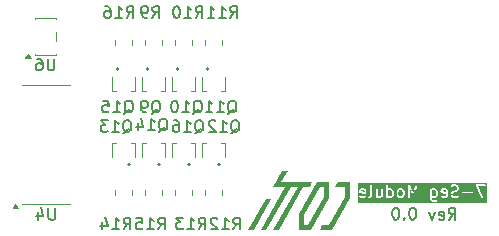
<source format=gbr>
%TF.GenerationSoftware,KiCad,Pcbnew,9.0.6-9.0.6~ubuntu24.04.1*%
%TF.CreationDate,2026-01-18T13:35:56-03:00*%
%TF.ProjectId,cotti_7seg,636f7474-695f-4377-9365-672e6b696361,0.0*%
%TF.SameCoordinates,Original*%
%TF.FileFunction,Legend,Bot*%
%TF.FilePolarity,Positive*%
%FSLAX46Y46*%
G04 Gerber Fmt 4.6, Leading zero omitted, Abs format (unit mm)*
G04 Created by KiCad (PCBNEW 9.0.6-9.0.6~ubuntu24.04.1) date 2026-01-18 13:35:56*
%MOMM*%
%LPD*%
G01*
G04 APERTURE LIST*
%ADD10C,0.150000*%
%ADD11C,0.120000*%
%ADD12C,0.000000*%
G04 APERTURE END LIST*
D10*
G36*
X147299239Y-67384410D02*
G01*
X147329646Y-67414817D01*
X147363904Y-67483333D01*
X147363904Y-67733637D01*
X147329645Y-67802153D01*
X147299238Y-67832561D01*
X147230723Y-67866819D01*
X147075657Y-67866819D01*
X147037714Y-67847847D01*
X147037714Y-67369123D01*
X147075657Y-67350152D01*
X147230723Y-67350152D01*
X147299239Y-67384410D01*
G37*
G36*
X141287763Y-67378672D02*
G01*
X141316284Y-67435714D01*
X141316284Y-67516999D01*
X140990094Y-67451761D01*
X140990094Y-67435714D01*
X141018614Y-67378672D01*
X141075656Y-67350152D01*
X141230722Y-67350152D01*
X141287763Y-67378672D01*
G37*
G36*
X143584953Y-67384410D02*
G01*
X143615360Y-67414817D01*
X143649618Y-67483333D01*
X143649618Y-67733637D01*
X143615359Y-67802153D01*
X143584952Y-67832561D01*
X143516437Y-67866819D01*
X143361371Y-67866819D01*
X143323428Y-67847847D01*
X143323428Y-67369123D01*
X143361371Y-67350152D01*
X143516437Y-67350152D01*
X143584953Y-67384410D01*
G37*
G36*
X144489715Y-67384410D02*
G01*
X144520122Y-67414817D01*
X144554380Y-67483333D01*
X144554380Y-67733637D01*
X144520121Y-67802153D01*
X144489714Y-67832561D01*
X144421199Y-67866819D01*
X144313752Y-67866819D01*
X144245236Y-67832561D01*
X144214829Y-67802153D01*
X144180571Y-67733637D01*
X144180571Y-67483333D01*
X144214829Y-67414817D01*
X144245236Y-67384410D01*
X144313752Y-67350152D01*
X144421199Y-67350152D01*
X144489715Y-67384410D01*
G37*
G36*
X148192526Y-67378672D02*
G01*
X148221047Y-67435714D01*
X148221047Y-67516999D01*
X147894857Y-67451761D01*
X147894857Y-67435714D01*
X147923377Y-67378672D01*
X147980419Y-67350152D01*
X148135485Y-67350152D01*
X148192526Y-67378672D01*
G37*
G36*
X151671193Y-68461263D02*
G01*
X140728983Y-68461263D01*
X140728983Y-67418009D01*
X140840094Y-67418009D01*
X140840094Y-67513247D01*
X140841535Y-67527879D01*
X140844346Y-67534667D01*
X140845773Y-67541876D01*
X140849892Y-67548055D01*
X140852734Y-67554915D01*
X140857929Y-67560110D01*
X140862005Y-67566224D01*
X140868175Y-67570356D01*
X140873426Y-67575607D01*
X140880214Y-67578418D01*
X140886320Y-67582508D01*
X140900385Y-67586791D01*
X141316284Y-67669969D01*
X141316284Y-67781256D01*
X141287763Y-67838298D01*
X141230722Y-67866819D01*
X141075656Y-67866819D01*
X140996254Y-67827118D01*
X140982522Y-67821863D01*
X140953332Y-67819789D01*
X140925571Y-67829043D01*
X140903463Y-67848216D01*
X140890376Y-67874391D01*
X140888302Y-67903581D01*
X140897556Y-67931342D01*
X140916729Y-67953450D01*
X140929172Y-67961282D01*
X141024410Y-68008901D01*
X141038141Y-68014156D01*
X141040830Y-68014347D01*
X141043319Y-68015378D01*
X141057951Y-68016819D01*
X141248427Y-68016819D01*
X141263059Y-68015378D01*
X141265548Y-68014346D01*
X141268236Y-68014156D01*
X141281968Y-68008901D01*
X141377206Y-67961282D01*
X141379653Y-67959741D01*
X141380807Y-67959357D01*
X141382243Y-67958111D01*
X141389649Y-67953450D01*
X141395810Y-67946345D01*
X141402915Y-67940184D01*
X141407576Y-67932778D01*
X141407871Y-67932438D01*
X141650207Y-67932438D01*
X141652281Y-67961628D01*
X141665368Y-67987803D01*
X141687476Y-68006976D01*
X141715237Y-68016230D01*
X141744427Y-68014156D01*
X141758159Y-68008901D01*
X141853397Y-67961282D01*
X141855844Y-67959741D01*
X141856998Y-67959357D01*
X141858434Y-67958111D01*
X141865840Y-67953450D01*
X141872001Y-67946345D01*
X141879106Y-67940184D01*
X141883767Y-67932778D01*
X141885013Y-67931342D01*
X141885397Y-67930188D01*
X141886938Y-67927741D01*
X141934557Y-67832502D01*
X141939812Y-67818770D01*
X141940002Y-67816082D01*
X141941034Y-67813593D01*
X141942475Y-67798961D01*
X141942475Y-67275152D01*
X142268666Y-67275152D01*
X142268666Y-67941819D01*
X142270107Y-67956451D01*
X142281306Y-67983487D01*
X142301998Y-68004179D01*
X142329034Y-68015378D01*
X142358298Y-68015378D01*
X142385334Y-68004179D01*
X142404735Y-67984777D01*
X142452982Y-68008901D01*
X142466713Y-68014156D01*
X142469402Y-68014347D01*
X142471891Y-68015378D01*
X142486523Y-68016819D01*
X142629380Y-68016819D01*
X142644012Y-68015378D01*
X142646501Y-68014346D01*
X142649189Y-68014156D01*
X142662921Y-68008901D01*
X142758159Y-67961282D01*
X142760606Y-67959741D01*
X142761760Y-67959357D01*
X142763196Y-67958111D01*
X142770602Y-67953450D01*
X142776763Y-67946345D01*
X142783868Y-67940184D01*
X142788529Y-67932778D01*
X142789775Y-67931342D01*
X142790159Y-67930188D01*
X142791700Y-67927741D01*
X142839319Y-67832502D01*
X142844574Y-67818770D01*
X142844764Y-67816082D01*
X142845796Y-67813593D01*
X142847237Y-67798961D01*
X142847237Y-67275152D01*
X142845796Y-67260520D01*
X142834597Y-67233484D01*
X142813905Y-67212792D01*
X142786869Y-67201593D01*
X142757605Y-67201593D01*
X142730569Y-67212792D01*
X142709877Y-67233484D01*
X142698678Y-67260520D01*
X142697237Y-67275152D01*
X142697237Y-67781256D01*
X142668716Y-67838298D01*
X142611675Y-67866819D01*
X142504228Y-67866819D01*
X142435712Y-67832561D01*
X142418666Y-67815514D01*
X142418666Y-67275152D01*
X142417225Y-67260520D01*
X142406026Y-67233484D01*
X142385334Y-67212792D01*
X142358298Y-67201593D01*
X142329034Y-67201593D01*
X142301998Y-67212792D01*
X142281306Y-67233484D01*
X142270107Y-67260520D01*
X142268666Y-67275152D01*
X141942475Y-67275152D01*
X141942475Y-66941819D01*
X143173428Y-66941819D01*
X143173428Y-67941819D01*
X143174869Y-67956451D01*
X143186068Y-67983487D01*
X143206760Y-68004179D01*
X143233796Y-68015378D01*
X143263060Y-68015378D01*
X143290096Y-68004179D01*
X143293624Y-68000650D01*
X143310125Y-68008901D01*
X143323856Y-68014156D01*
X143326545Y-68014347D01*
X143329034Y-68015378D01*
X143343666Y-68016819D01*
X143534142Y-68016819D01*
X143548774Y-68015378D01*
X143551263Y-68014346D01*
X143553951Y-68014156D01*
X143567683Y-68008901D01*
X143662921Y-67961282D01*
X143669220Y-67957317D01*
X143671048Y-67956560D01*
X143673104Y-67954872D01*
X143675364Y-67953450D01*
X143676664Y-67951950D01*
X143682414Y-67947232D01*
X143730032Y-67899613D01*
X143734750Y-67893863D01*
X143736249Y-67892564D01*
X143737670Y-67890305D01*
X143739360Y-67888247D01*
X143740117Y-67886417D01*
X143744081Y-67880121D01*
X143791700Y-67784883D01*
X143796955Y-67771152D01*
X143797146Y-67768462D01*
X143798177Y-67765974D01*
X143799618Y-67751342D01*
X143799618Y-67465628D01*
X144030571Y-67465628D01*
X144030571Y-67751342D01*
X144032012Y-67765974D01*
X144033043Y-67768463D01*
X144033234Y-67771151D01*
X144038489Y-67784883D01*
X144086108Y-67880121D01*
X144090071Y-67886417D01*
X144090829Y-67888247D01*
X144092518Y-67890305D01*
X144093940Y-67892564D01*
X144095438Y-67893863D01*
X144100156Y-67899612D01*
X144147775Y-67947232D01*
X144153524Y-67951950D01*
X144154825Y-67953450D01*
X144157084Y-67954872D01*
X144159141Y-67956560D01*
X144160968Y-67957317D01*
X144167268Y-67961282D01*
X144262506Y-68008901D01*
X144276237Y-68014156D01*
X144278926Y-68014347D01*
X144281415Y-68015378D01*
X144296047Y-68016819D01*
X144438904Y-68016819D01*
X144453536Y-68015378D01*
X144456025Y-68014346D01*
X144458713Y-68014156D01*
X144472445Y-68008901D01*
X144567683Y-67961282D01*
X144573982Y-67957317D01*
X144575810Y-67956560D01*
X144577866Y-67954872D01*
X144580126Y-67953450D01*
X144581426Y-67951950D01*
X144587176Y-67947232D01*
X144634794Y-67899613D01*
X144639512Y-67893863D01*
X144641011Y-67892564D01*
X144642432Y-67890305D01*
X144644122Y-67888247D01*
X144644879Y-67886417D01*
X144648843Y-67880121D01*
X144696462Y-67784883D01*
X144701717Y-67771152D01*
X144701908Y-67768462D01*
X144702939Y-67765974D01*
X144704380Y-67751342D01*
X144704380Y-67465628D01*
X144702939Y-67450996D01*
X144701908Y-67448507D01*
X144701717Y-67445818D01*
X144696462Y-67432087D01*
X144648843Y-67336849D01*
X144644878Y-67330549D01*
X144644121Y-67328722D01*
X144642432Y-67326665D01*
X144641011Y-67324406D01*
X144639512Y-67323106D01*
X144634794Y-67317357D01*
X144587175Y-67269738D01*
X144581425Y-67265019D01*
X144580126Y-67263521D01*
X144577866Y-67262099D01*
X144575810Y-67260411D01*
X144573982Y-67259653D01*
X144567683Y-67255689D01*
X144472445Y-67208070D01*
X144458713Y-67202815D01*
X144456025Y-67202624D01*
X144453536Y-67201593D01*
X144438904Y-67200152D01*
X144296047Y-67200152D01*
X144281415Y-67201593D01*
X144278926Y-67202623D01*
X144276237Y-67202815D01*
X144262506Y-67208070D01*
X144167268Y-67255689D01*
X144160968Y-67259653D01*
X144159141Y-67260411D01*
X144157084Y-67262099D01*
X144154825Y-67263521D01*
X144153525Y-67265019D01*
X144147776Y-67269738D01*
X144100157Y-67317357D01*
X144095438Y-67323106D01*
X144093940Y-67324406D01*
X144092518Y-67326665D01*
X144090830Y-67328722D01*
X144090072Y-67330549D01*
X144086108Y-67336849D01*
X144038489Y-67432087D01*
X144033234Y-67445819D01*
X144033043Y-67448506D01*
X144032012Y-67450996D01*
X144030571Y-67465628D01*
X143799618Y-67465628D01*
X143798177Y-67450996D01*
X143797146Y-67448507D01*
X143796955Y-67445818D01*
X143791700Y-67432087D01*
X143744081Y-67336849D01*
X143740116Y-67330549D01*
X143739359Y-67328722D01*
X143737670Y-67326665D01*
X143736249Y-67324406D01*
X143734750Y-67323106D01*
X143730032Y-67317357D01*
X143682413Y-67269738D01*
X143676663Y-67265019D01*
X143675364Y-67263521D01*
X143673104Y-67262099D01*
X143671048Y-67260411D01*
X143669220Y-67259653D01*
X143662921Y-67255689D01*
X143567683Y-67208070D01*
X143553951Y-67202815D01*
X143551263Y-67202624D01*
X143548774Y-67201593D01*
X143534142Y-67200152D01*
X143343666Y-67200152D01*
X143329034Y-67201593D01*
X143326545Y-67202623D01*
X143323856Y-67202815D01*
X143323428Y-67202978D01*
X143323428Y-66941819D01*
X144982952Y-66941819D01*
X144982952Y-67941819D01*
X144984393Y-67956451D01*
X144995592Y-67983487D01*
X145016284Y-68004179D01*
X145043320Y-68015378D01*
X145072584Y-68015378D01*
X145099620Y-68004179D01*
X145120312Y-67983487D01*
X145131511Y-67956451D01*
X145132952Y-67941819D01*
X145132952Y-67279886D01*
X145323321Y-67687821D01*
X145326495Y-67693180D01*
X145327155Y-67694993D01*
X145328329Y-67696275D01*
X145330815Y-67700471D01*
X145339224Y-67708171D01*
X145346919Y-67716574D01*
X145349937Y-67717982D01*
X145352396Y-67720234D01*
X145363108Y-67724129D01*
X145373437Y-67728950D01*
X145376765Y-67729096D01*
X145379897Y-67730235D01*
X145391291Y-67729734D01*
X145402673Y-67730234D01*
X145405801Y-67729096D01*
X145409133Y-67728950D01*
X145419468Y-67724126D01*
X145430174Y-67720234D01*
X145432629Y-67717984D01*
X145435651Y-67716575D01*
X145443352Y-67708164D01*
X145451755Y-67700470D01*
X145454238Y-67696277D01*
X145455415Y-67694993D01*
X145456075Y-67693177D01*
X145459249Y-67687820D01*
X145649618Y-67279886D01*
X145649618Y-67941819D01*
X145651059Y-67956451D01*
X145662258Y-67983487D01*
X145682950Y-68004179D01*
X145709986Y-68015378D01*
X145739250Y-68015378D01*
X145766286Y-68004179D01*
X145786978Y-67983487D01*
X145798177Y-67956451D01*
X145799618Y-67941819D01*
X145799618Y-67275152D01*
X146887714Y-67275152D01*
X146887714Y-68084676D01*
X146889155Y-68099308D01*
X146890186Y-68101797D01*
X146890377Y-68104485D01*
X146895632Y-68118217D01*
X146943251Y-68213455D01*
X146947215Y-68219754D01*
X146947973Y-68221582D01*
X146949661Y-68223638D01*
X146951083Y-68225898D01*
X146952581Y-68227197D01*
X146957300Y-68232947D01*
X147004919Y-68280566D01*
X147010668Y-68285284D01*
X147011968Y-68286783D01*
X147014227Y-68288204D01*
X147016284Y-68289893D01*
X147018111Y-68290650D01*
X147024411Y-68294615D01*
X147119649Y-68342234D01*
X147133380Y-68347489D01*
X147136069Y-68347680D01*
X147138558Y-68348711D01*
X147153190Y-68350152D01*
X147296047Y-68350152D01*
X147310679Y-68348711D01*
X147313168Y-68347679D01*
X147315856Y-68347489D01*
X147329588Y-68342234D01*
X147424826Y-68294615D01*
X147437269Y-68286783D01*
X147456442Y-68264675D01*
X147465696Y-68236914D01*
X147463622Y-68207724D01*
X147450534Y-68181549D01*
X147428427Y-68162376D01*
X147400665Y-68153122D01*
X147371475Y-68155196D01*
X147357744Y-68160451D01*
X147278342Y-68200152D01*
X147170895Y-68200152D01*
X147102379Y-68165894D01*
X147071972Y-68135487D01*
X147037714Y-68066971D01*
X147037714Y-68013992D01*
X147038142Y-68014156D01*
X147040831Y-68014347D01*
X147043320Y-68015378D01*
X147057952Y-68016819D01*
X147248428Y-68016819D01*
X147263060Y-68015378D01*
X147265549Y-68014346D01*
X147268237Y-68014156D01*
X147281969Y-68008901D01*
X147377207Y-67961282D01*
X147383506Y-67957317D01*
X147385334Y-67956560D01*
X147387390Y-67954872D01*
X147389650Y-67953450D01*
X147390950Y-67951950D01*
X147396700Y-67947232D01*
X147444318Y-67899613D01*
X147449036Y-67893863D01*
X147450535Y-67892564D01*
X147451956Y-67890305D01*
X147453646Y-67888247D01*
X147454403Y-67886417D01*
X147458367Y-67880121D01*
X147505986Y-67784883D01*
X147511241Y-67771152D01*
X147511432Y-67768462D01*
X147512463Y-67765974D01*
X147513904Y-67751342D01*
X147513904Y-67465628D01*
X147512463Y-67450996D01*
X147511432Y-67448507D01*
X147511241Y-67445818D01*
X147505986Y-67432087D01*
X147498947Y-67418009D01*
X147744857Y-67418009D01*
X147744857Y-67513247D01*
X147746298Y-67527879D01*
X147749109Y-67534667D01*
X147750536Y-67541876D01*
X147754655Y-67548055D01*
X147757497Y-67554915D01*
X147762692Y-67560110D01*
X147766768Y-67566224D01*
X147772938Y-67570356D01*
X147778189Y-67575607D01*
X147784977Y-67578418D01*
X147791083Y-67582508D01*
X147805148Y-67586791D01*
X148221047Y-67669969D01*
X148221047Y-67781256D01*
X148192526Y-67838298D01*
X148135485Y-67866819D01*
X147980419Y-67866819D01*
X147901017Y-67827118D01*
X147887285Y-67821863D01*
X147858095Y-67819789D01*
X147830334Y-67829043D01*
X147808226Y-67848216D01*
X147795139Y-67874391D01*
X147793065Y-67903581D01*
X147802319Y-67931342D01*
X147821492Y-67953450D01*
X147833935Y-67961282D01*
X147929173Y-68008901D01*
X147942904Y-68014156D01*
X147945593Y-68014347D01*
X147948082Y-68015378D01*
X147962714Y-68016819D01*
X148153190Y-68016819D01*
X148167822Y-68015378D01*
X148170311Y-68014346D01*
X148172999Y-68014156D01*
X148186731Y-68008901D01*
X148281969Y-67961282D01*
X148284416Y-67959741D01*
X148285570Y-67959357D01*
X148287006Y-67958111D01*
X148294412Y-67953450D01*
X148300573Y-67946345D01*
X148307678Y-67940184D01*
X148312339Y-67932778D01*
X148313585Y-67931342D01*
X148313969Y-67930188D01*
X148315510Y-67927741D01*
X148363129Y-67832502D01*
X148368384Y-67818770D01*
X148368574Y-67816082D01*
X148369606Y-67813593D01*
X148371047Y-67798961D01*
X148371047Y-67656104D01*
X148602000Y-67656104D01*
X148602000Y-67751342D01*
X148603441Y-67765974D01*
X148604472Y-67768463D01*
X148604663Y-67771151D01*
X148609918Y-67784883D01*
X148657537Y-67880121D01*
X148661500Y-67886417D01*
X148662258Y-67888247D01*
X148663947Y-67890305D01*
X148665369Y-67892564D01*
X148666867Y-67893863D01*
X148671585Y-67899612D01*
X148719204Y-67947232D01*
X148724953Y-67951950D01*
X148726254Y-67953450D01*
X148728513Y-67954872D01*
X148730570Y-67956560D01*
X148732397Y-67957317D01*
X148738697Y-67961282D01*
X148833935Y-68008901D01*
X148847666Y-68014156D01*
X148850355Y-68014347D01*
X148852844Y-68015378D01*
X148867476Y-68016819D01*
X149105571Y-68016819D01*
X149112976Y-68016089D01*
X149114951Y-68016230D01*
X149117548Y-68015639D01*
X149120203Y-68015378D01*
X149122034Y-68014619D01*
X149129288Y-68012970D01*
X149272145Y-67965351D01*
X149285570Y-67959357D01*
X149307677Y-67940183D01*
X149320764Y-67914010D01*
X149322839Y-67884820D01*
X149313585Y-67857058D01*
X149294411Y-67834950D01*
X149268237Y-67821864D01*
X149239047Y-67819789D01*
X149224710Y-67823049D01*
X149093401Y-67866819D01*
X148885181Y-67866819D01*
X148816665Y-67832561D01*
X148786258Y-67802153D01*
X148752000Y-67733637D01*
X148752000Y-67673809D01*
X148786258Y-67605293D01*
X148816665Y-67574886D01*
X148873968Y-67546234D01*
X149603441Y-67546234D01*
X149603441Y-67575498D01*
X149614640Y-67602534D01*
X149635332Y-67623226D01*
X149662368Y-67634425D01*
X149677000Y-67635866D01*
X150438904Y-67635866D01*
X150453536Y-67634425D01*
X150480572Y-67623226D01*
X150501264Y-67602534D01*
X150512463Y-67575498D01*
X150512463Y-67546234D01*
X150501264Y-67519198D01*
X150480572Y-67498506D01*
X150453536Y-67487307D01*
X150438904Y-67485866D01*
X149677000Y-67485866D01*
X149662368Y-67487307D01*
X149635332Y-67498506D01*
X149614640Y-67519198D01*
X149603441Y-67546234D01*
X148873968Y-67546234D01*
X148893652Y-67536392D01*
X149076142Y-67490770D01*
X149077221Y-67490384D01*
X149077761Y-67490346D01*
X149083842Y-67488018D01*
X149089988Y-67485823D01*
X149090423Y-67485500D01*
X149091493Y-67485091D01*
X149186731Y-67437472D01*
X149193030Y-67433507D01*
X149194858Y-67432750D01*
X149196914Y-67431061D01*
X149199174Y-67429640D01*
X149200473Y-67428141D01*
X149206223Y-67423423D01*
X149253842Y-67375804D01*
X149258560Y-67370054D01*
X149260059Y-67368755D01*
X149261480Y-67366495D01*
X149263169Y-67364439D01*
X149263926Y-67362611D01*
X149267891Y-67356312D01*
X149315510Y-67261074D01*
X149320765Y-67247343D01*
X149320956Y-67244653D01*
X149321987Y-67242165D01*
X149323428Y-67227533D01*
X149323428Y-67132295D01*
X149321987Y-67117663D01*
X149320956Y-67115174D01*
X149320765Y-67112485D01*
X149315510Y-67098754D01*
X149267891Y-67003516D01*
X149263926Y-66997216D01*
X149263169Y-66995389D01*
X149261480Y-66993332D01*
X149260059Y-66991073D01*
X149258560Y-66989773D01*
X149253842Y-66984024D01*
X149206223Y-66936405D01*
X149200473Y-66931686D01*
X149199174Y-66930188D01*
X149196914Y-66928766D01*
X149196085Y-66928085D01*
X150746125Y-66928085D01*
X150746298Y-66942264D01*
X150746298Y-66956451D01*
X150746476Y-66956881D01*
X150746482Y-66957346D01*
X150750921Y-66971363D01*
X151179492Y-67971363D01*
X151186580Y-67984244D01*
X151207524Y-68004682D01*
X151234694Y-68015550D01*
X151263955Y-68015194D01*
X151290853Y-68003666D01*
X151311292Y-67982723D01*
X151322160Y-67955553D01*
X151321803Y-67926291D01*
X151317364Y-67912275D01*
X150933598Y-67016819D01*
X151486523Y-67016819D01*
X151501155Y-67015378D01*
X151528191Y-67004179D01*
X151548883Y-66983487D01*
X151560082Y-66956451D01*
X151560082Y-66927187D01*
X151548883Y-66900151D01*
X151528191Y-66879459D01*
X151501155Y-66868260D01*
X151486523Y-66866819D01*
X150819857Y-66866819D01*
X150805225Y-66868260D01*
X150804794Y-66868438D01*
X150804330Y-66868444D01*
X150791289Y-66874032D01*
X150778189Y-66879459D01*
X150777860Y-66879787D01*
X150777432Y-66879971D01*
X150767516Y-66890131D01*
X150757497Y-66900151D01*
X150757318Y-66900581D01*
X150756993Y-66900915D01*
X150751719Y-66914097D01*
X150746298Y-66927187D01*
X150746298Y-66927652D01*
X150746125Y-66928085D01*
X149196085Y-66928085D01*
X149194858Y-66927078D01*
X149193030Y-66926320D01*
X149186731Y-66922356D01*
X149091493Y-66874737D01*
X149077761Y-66869482D01*
X149075073Y-66869291D01*
X149072584Y-66868260D01*
X149057952Y-66866819D01*
X148819857Y-66866819D01*
X148812450Y-66867548D01*
X148810476Y-66867408D01*
X148807878Y-66867998D01*
X148805225Y-66868260D01*
X148803394Y-66869018D01*
X148796139Y-66870668D01*
X148653283Y-66918287D01*
X148639857Y-66924281D01*
X148617750Y-66943455D01*
X148604664Y-66969628D01*
X148602589Y-66998818D01*
X148611843Y-67026581D01*
X148631017Y-67048688D01*
X148657190Y-67061774D01*
X148686380Y-67063849D01*
X148700717Y-67060589D01*
X148832027Y-67016819D01*
X149040247Y-67016819D01*
X149108763Y-67051077D01*
X149139170Y-67081484D01*
X149173428Y-67150000D01*
X149173428Y-67209828D01*
X149139170Y-67278344D01*
X149108763Y-67308751D01*
X149031776Y-67347244D01*
X148849286Y-67392867D01*
X148848206Y-67393252D01*
X148847666Y-67393291D01*
X148841576Y-67395621D01*
X148835440Y-67397814D01*
X148835004Y-67398136D01*
X148833935Y-67398546D01*
X148738697Y-67446165D01*
X148732397Y-67450129D01*
X148730570Y-67450887D01*
X148728513Y-67452575D01*
X148726254Y-67453997D01*
X148724954Y-67455495D01*
X148719205Y-67460214D01*
X148671586Y-67507833D01*
X148666867Y-67513582D01*
X148665369Y-67514882D01*
X148663947Y-67517141D01*
X148662259Y-67519198D01*
X148661501Y-67521025D01*
X148657537Y-67527325D01*
X148609918Y-67622563D01*
X148604663Y-67636295D01*
X148604472Y-67638982D01*
X148603441Y-67641472D01*
X148602000Y-67656104D01*
X148371047Y-67656104D01*
X148371047Y-67418009D01*
X148369606Y-67403377D01*
X148368575Y-67400888D01*
X148368384Y-67398199D01*
X148363129Y-67384468D01*
X148315510Y-67289230D01*
X148313969Y-67286782D01*
X148313585Y-67285629D01*
X148312339Y-67284192D01*
X148307678Y-67276787D01*
X148300573Y-67270625D01*
X148294412Y-67263521D01*
X148287006Y-67258859D01*
X148285570Y-67257614D01*
X148284416Y-67257229D01*
X148281969Y-67255689D01*
X148186731Y-67208070D01*
X148172999Y-67202815D01*
X148170311Y-67202624D01*
X148167822Y-67201593D01*
X148153190Y-67200152D01*
X147962714Y-67200152D01*
X147948082Y-67201593D01*
X147945593Y-67202623D01*
X147942904Y-67202815D01*
X147929173Y-67208070D01*
X147833935Y-67255689D01*
X147831487Y-67257229D01*
X147830334Y-67257614D01*
X147828897Y-67258859D01*
X147821492Y-67263521D01*
X147815330Y-67270625D01*
X147808226Y-67276787D01*
X147803564Y-67284192D01*
X147802319Y-67285629D01*
X147801934Y-67286782D01*
X147800394Y-67289230D01*
X147752775Y-67384468D01*
X147747520Y-67398200D01*
X147747329Y-67400887D01*
X147746298Y-67403377D01*
X147744857Y-67418009D01*
X147498947Y-67418009D01*
X147458367Y-67336849D01*
X147454402Y-67330549D01*
X147453645Y-67328722D01*
X147451956Y-67326665D01*
X147450535Y-67324406D01*
X147449036Y-67323106D01*
X147444318Y-67317357D01*
X147396699Y-67269738D01*
X147390949Y-67265019D01*
X147389650Y-67263521D01*
X147387390Y-67262099D01*
X147385334Y-67260411D01*
X147383506Y-67259653D01*
X147377207Y-67255689D01*
X147281969Y-67208070D01*
X147268237Y-67202815D01*
X147265549Y-67202624D01*
X147263060Y-67201593D01*
X147248428Y-67200152D01*
X147057952Y-67200152D01*
X147043320Y-67201593D01*
X147040831Y-67202623D01*
X147038142Y-67202815D01*
X147024411Y-67208070D01*
X147007910Y-67216320D01*
X147004382Y-67212792D01*
X146977346Y-67201593D01*
X146948082Y-67201593D01*
X146921046Y-67212792D01*
X146900354Y-67233484D01*
X146889155Y-67260520D01*
X146887714Y-67275152D01*
X145799618Y-67275152D01*
X145799618Y-66941819D01*
X145798670Y-66932197D01*
X145798748Y-66930431D01*
X145798403Y-66929482D01*
X145798177Y-66927187D01*
X145793195Y-66915160D01*
X145788748Y-66902930D01*
X145787618Y-66901696D01*
X145786978Y-66900151D01*
X145777778Y-66890951D01*
X145768984Y-66881348D01*
X145767467Y-66880640D01*
X145766286Y-66879459D01*
X145754273Y-66874482D01*
X145742466Y-66868973D01*
X145740793Y-66868899D01*
X145739250Y-66868260D01*
X145726244Y-66868260D01*
X145713230Y-66867688D01*
X145711657Y-66868260D01*
X145709986Y-66868260D01*
X145697967Y-66873238D01*
X145685729Y-66877689D01*
X145684495Y-66878819D01*
X145682950Y-66879459D01*
X145673751Y-66888657D01*
X145664148Y-66897452D01*
X145662972Y-66899436D01*
X145662258Y-66900151D01*
X145661581Y-66901784D01*
X145656654Y-66910102D01*
X145391284Y-67478750D01*
X145125916Y-66910103D01*
X145120990Y-66901787D01*
X145120312Y-66900151D01*
X145119596Y-66899435D01*
X145118422Y-66897453D01*
X145108825Y-66888664D01*
X145099620Y-66879459D01*
X145098074Y-66878818D01*
X145096841Y-66877689D01*
X145084610Y-66873241D01*
X145072584Y-66868260D01*
X145070910Y-66868260D01*
X145069340Y-66867689D01*
X145056339Y-66868260D01*
X145043320Y-66868260D01*
X145041775Y-66868899D01*
X145040104Y-66868973D01*
X145028305Y-66874479D01*
X145016284Y-66879459D01*
X145015101Y-66880641D01*
X145013586Y-66881349D01*
X145004797Y-66890945D01*
X144995592Y-66900151D01*
X144994951Y-66901696D01*
X144993822Y-66902930D01*
X144989374Y-66915160D01*
X144984393Y-66927187D01*
X144984166Y-66929482D01*
X144983822Y-66930431D01*
X144983899Y-66932197D01*
X144982952Y-66941819D01*
X143323428Y-66941819D01*
X143321987Y-66927187D01*
X143310788Y-66900151D01*
X143290096Y-66879459D01*
X143263060Y-66868260D01*
X143233796Y-66868260D01*
X143206760Y-66879459D01*
X143186068Y-66900151D01*
X143174869Y-66927187D01*
X143173428Y-66941819D01*
X141942475Y-66941819D01*
X141941034Y-66927187D01*
X141929835Y-66900151D01*
X141909143Y-66879459D01*
X141882107Y-66868260D01*
X141852843Y-66868260D01*
X141825807Y-66879459D01*
X141805115Y-66900151D01*
X141793916Y-66927187D01*
X141792475Y-66941819D01*
X141792475Y-67781256D01*
X141763954Y-67838298D01*
X141691077Y-67874737D01*
X141678634Y-67882569D01*
X141659461Y-67904677D01*
X141650207Y-67932438D01*
X141407871Y-67932438D01*
X141408822Y-67931342D01*
X141409206Y-67930188D01*
X141410747Y-67927741D01*
X141458366Y-67832502D01*
X141463621Y-67818770D01*
X141463811Y-67816082D01*
X141464843Y-67813593D01*
X141466284Y-67798961D01*
X141466284Y-67418009D01*
X141464843Y-67403377D01*
X141463812Y-67400888D01*
X141463621Y-67398199D01*
X141458366Y-67384468D01*
X141410747Y-67289230D01*
X141409206Y-67286782D01*
X141408822Y-67285629D01*
X141407576Y-67284192D01*
X141402915Y-67276787D01*
X141395810Y-67270625D01*
X141389649Y-67263521D01*
X141382243Y-67258859D01*
X141380807Y-67257614D01*
X141379653Y-67257229D01*
X141377206Y-67255689D01*
X141281968Y-67208070D01*
X141268236Y-67202815D01*
X141265548Y-67202624D01*
X141263059Y-67201593D01*
X141248427Y-67200152D01*
X141057951Y-67200152D01*
X141043319Y-67201593D01*
X141040830Y-67202623D01*
X141038141Y-67202815D01*
X141024410Y-67208070D01*
X140929172Y-67255689D01*
X140926724Y-67257229D01*
X140925571Y-67257614D01*
X140924134Y-67258859D01*
X140916729Y-67263521D01*
X140910567Y-67270625D01*
X140903463Y-67276787D01*
X140898801Y-67284192D01*
X140897556Y-67285629D01*
X140897171Y-67286782D01*
X140895631Y-67289230D01*
X140848012Y-67384468D01*
X140842757Y-67398200D01*
X140842566Y-67400887D01*
X140841535Y-67403377D01*
X140840094Y-67418009D01*
X140728983Y-67418009D01*
X140728983Y-66755708D01*
X151671193Y-66755708D01*
X151671193Y-68461263D01*
G37*
X148443792Y-69846819D02*
X148777125Y-69370628D01*
X149015220Y-69846819D02*
X149015220Y-68846819D01*
X149015220Y-68846819D02*
X148634268Y-68846819D01*
X148634268Y-68846819D02*
X148539030Y-68894438D01*
X148539030Y-68894438D02*
X148491411Y-68942057D01*
X148491411Y-68942057D02*
X148443792Y-69037295D01*
X148443792Y-69037295D02*
X148443792Y-69180152D01*
X148443792Y-69180152D02*
X148491411Y-69275390D01*
X148491411Y-69275390D02*
X148539030Y-69323009D01*
X148539030Y-69323009D02*
X148634268Y-69370628D01*
X148634268Y-69370628D02*
X149015220Y-69370628D01*
X147634268Y-69799200D02*
X147729506Y-69846819D01*
X147729506Y-69846819D02*
X147919982Y-69846819D01*
X147919982Y-69846819D02*
X148015220Y-69799200D01*
X148015220Y-69799200D02*
X148062839Y-69703961D01*
X148062839Y-69703961D02*
X148062839Y-69323009D01*
X148062839Y-69323009D02*
X148015220Y-69227771D01*
X148015220Y-69227771D02*
X147919982Y-69180152D01*
X147919982Y-69180152D02*
X147729506Y-69180152D01*
X147729506Y-69180152D02*
X147634268Y-69227771D01*
X147634268Y-69227771D02*
X147586649Y-69323009D01*
X147586649Y-69323009D02*
X147586649Y-69418247D01*
X147586649Y-69418247D02*
X148062839Y-69513485D01*
X147253315Y-69180152D02*
X147015220Y-69846819D01*
X147015220Y-69846819D02*
X146777125Y-69180152D01*
X145443791Y-68846819D02*
X145348553Y-68846819D01*
X145348553Y-68846819D02*
X145253315Y-68894438D01*
X145253315Y-68894438D02*
X145205696Y-68942057D01*
X145205696Y-68942057D02*
X145158077Y-69037295D01*
X145158077Y-69037295D02*
X145110458Y-69227771D01*
X145110458Y-69227771D02*
X145110458Y-69465866D01*
X145110458Y-69465866D02*
X145158077Y-69656342D01*
X145158077Y-69656342D02*
X145205696Y-69751580D01*
X145205696Y-69751580D02*
X145253315Y-69799200D01*
X145253315Y-69799200D02*
X145348553Y-69846819D01*
X145348553Y-69846819D02*
X145443791Y-69846819D01*
X145443791Y-69846819D02*
X145539029Y-69799200D01*
X145539029Y-69799200D02*
X145586648Y-69751580D01*
X145586648Y-69751580D02*
X145634267Y-69656342D01*
X145634267Y-69656342D02*
X145681886Y-69465866D01*
X145681886Y-69465866D02*
X145681886Y-69227771D01*
X145681886Y-69227771D02*
X145634267Y-69037295D01*
X145634267Y-69037295D02*
X145586648Y-68942057D01*
X145586648Y-68942057D02*
X145539029Y-68894438D01*
X145539029Y-68894438D02*
X145443791Y-68846819D01*
X144681886Y-69751580D02*
X144634267Y-69799200D01*
X144634267Y-69799200D02*
X144681886Y-69846819D01*
X144681886Y-69846819D02*
X144729505Y-69799200D01*
X144729505Y-69799200D02*
X144681886Y-69751580D01*
X144681886Y-69751580D02*
X144681886Y-69846819D01*
X144015220Y-68846819D02*
X143919982Y-68846819D01*
X143919982Y-68846819D02*
X143824744Y-68894438D01*
X143824744Y-68894438D02*
X143777125Y-68942057D01*
X143777125Y-68942057D02*
X143729506Y-69037295D01*
X143729506Y-69037295D02*
X143681887Y-69227771D01*
X143681887Y-69227771D02*
X143681887Y-69465866D01*
X143681887Y-69465866D02*
X143729506Y-69656342D01*
X143729506Y-69656342D02*
X143777125Y-69751580D01*
X143777125Y-69751580D02*
X143824744Y-69799200D01*
X143824744Y-69799200D02*
X143919982Y-69846819D01*
X143919982Y-69846819D02*
X144015220Y-69846819D01*
X144015220Y-69846819D02*
X144110458Y-69799200D01*
X144110458Y-69799200D02*
X144158077Y-69751580D01*
X144158077Y-69751580D02*
X144205696Y-69656342D01*
X144205696Y-69656342D02*
X144253315Y-69465866D01*
X144253315Y-69465866D02*
X144253315Y-69227771D01*
X144253315Y-69227771D02*
X144205696Y-69037295D01*
X144205696Y-69037295D02*
X144158077Y-68942057D01*
X144158077Y-68942057D02*
X144110458Y-68894438D01*
X144110458Y-68894438D02*
X144015220Y-68846819D01*
X129984428Y-62526057D02*
X130079666Y-62478438D01*
X130079666Y-62478438D02*
X130174904Y-62383200D01*
X130174904Y-62383200D02*
X130317761Y-62240342D01*
X130317761Y-62240342D02*
X130412999Y-62192723D01*
X130412999Y-62192723D02*
X130508237Y-62192723D01*
X130460618Y-62430819D02*
X130555856Y-62383200D01*
X130555856Y-62383200D02*
X130651094Y-62287961D01*
X130651094Y-62287961D02*
X130698713Y-62097485D01*
X130698713Y-62097485D02*
X130698713Y-61764152D01*
X130698713Y-61764152D02*
X130651094Y-61573676D01*
X130651094Y-61573676D02*
X130555856Y-61478438D01*
X130555856Y-61478438D02*
X130460618Y-61430819D01*
X130460618Y-61430819D02*
X130270142Y-61430819D01*
X130270142Y-61430819D02*
X130174904Y-61478438D01*
X130174904Y-61478438D02*
X130079666Y-61573676D01*
X130079666Y-61573676D02*
X130032047Y-61764152D01*
X130032047Y-61764152D02*
X130032047Y-62097485D01*
X130032047Y-62097485D02*
X130079666Y-62287961D01*
X130079666Y-62287961D02*
X130174904Y-62383200D01*
X130174904Y-62383200D02*
X130270142Y-62430819D01*
X130270142Y-62430819D02*
X130460618Y-62430819D01*
X129079666Y-62430819D02*
X129651094Y-62430819D01*
X129365380Y-62430819D02*
X129365380Y-61430819D01*
X129365380Y-61430819D02*
X129460618Y-61573676D01*
X129460618Y-61573676D02*
X129555856Y-61668914D01*
X129555856Y-61668914D02*
X129651094Y-61716533D01*
X128698713Y-61526057D02*
X128651094Y-61478438D01*
X128651094Y-61478438D02*
X128555856Y-61430819D01*
X128555856Y-61430819D02*
X128317761Y-61430819D01*
X128317761Y-61430819D02*
X128222523Y-61478438D01*
X128222523Y-61478438D02*
X128174904Y-61526057D01*
X128174904Y-61526057D02*
X128127285Y-61621295D01*
X128127285Y-61621295D02*
X128127285Y-61716533D01*
X128127285Y-61716533D02*
X128174904Y-61859390D01*
X128174904Y-61859390D02*
X128746332Y-62430819D01*
X128746332Y-62430819D02*
X128127285Y-62430819D01*
X127007857Y-52778819D02*
X127341190Y-52302628D01*
X127579285Y-52778819D02*
X127579285Y-51778819D01*
X127579285Y-51778819D02*
X127198333Y-51778819D01*
X127198333Y-51778819D02*
X127103095Y-51826438D01*
X127103095Y-51826438D02*
X127055476Y-51874057D01*
X127055476Y-51874057D02*
X127007857Y-51969295D01*
X127007857Y-51969295D02*
X127007857Y-52112152D01*
X127007857Y-52112152D02*
X127055476Y-52207390D01*
X127055476Y-52207390D02*
X127103095Y-52255009D01*
X127103095Y-52255009D02*
X127198333Y-52302628D01*
X127198333Y-52302628D02*
X127579285Y-52302628D01*
X126055476Y-52778819D02*
X126626904Y-52778819D01*
X126341190Y-52778819D02*
X126341190Y-51778819D01*
X126341190Y-51778819D02*
X126436428Y-51921676D01*
X126436428Y-51921676D02*
X126531666Y-52016914D01*
X126531666Y-52016914D02*
X126626904Y-52064533D01*
X125436428Y-51778819D02*
X125341190Y-51778819D01*
X125341190Y-51778819D02*
X125245952Y-51826438D01*
X125245952Y-51826438D02*
X125198333Y-51874057D01*
X125198333Y-51874057D02*
X125150714Y-51969295D01*
X125150714Y-51969295D02*
X125103095Y-52159771D01*
X125103095Y-52159771D02*
X125103095Y-52397866D01*
X125103095Y-52397866D02*
X125150714Y-52588342D01*
X125150714Y-52588342D02*
X125198333Y-52683580D01*
X125198333Y-52683580D02*
X125245952Y-52731200D01*
X125245952Y-52731200D02*
X125341190Y-52778819D01*
X125341190Y-52778819D02*
X125436428Y-52778819D01*
X125436428Y-52778819D02*
X125531666Y-52731200D01*
X125531666Y-52731200D02*
X125579285Y-52683580D01*
X125579285Y-52683580D02*
X125626904Y-52588342D01*
X125626904Y-52588342D02*
X125674523Y-52397866D01*
X125674523Y-52397866D02*
X125674523Y-52159771D01*
X125674523Y-52159771D02*
X125626904Y-51969295D01*
X125626904Y-51969295D02*
X125579285Y-51874057D01*
X125579285Y-51874057D02*
X125531666Y-51826438D01*
X125531666Y-51826438D02*
X125436428Y-51778819D01*
X115123904Y-68854819D02*
X115123904Y-69664342D01*
X115123904Y-69664342D02*
X115076285Y-69759580D01*
X115076285Y-69759580D02*
X115028666Y-69807200D01*
X115028666Y-69807200D02*
X114933428Y-69854819D01*
X114933428Y-69854819D02*
X114742952Y-69854819D01*
X114742952Y-69854819D02*
X114647714Y-69807200D01*
X114647714Y-69807200D02*
X114600095Y-69759580D01*
X114600095Y-69759580D02*
X114552476Y-69664342D01*
X114552476Y-69664342D02*
X114552476Y-68854819D01*
X113647714Y-69188152D02*
X113647714Y-69854819D01*
X113885809Y-68807200D02*
X114123904Y-69521485D01*
X114123904Y-69521485D02*
X113504857Y-69521485D01*
X120840428Y-62526057D02*
X120935666Y-62478438D01*
X120935666Y-62478438D02*
X121030904Y-62383200D01*
X121030904Y-62383200D02*
X121173761Y-62240342D01*
X121173761Y-62240342D02*
X121268999Y-62192723D01*
X121268999Y-62192723D02*
X121364237Y-62192723D01*
X121316618Y-62430819D02*
X121411856Y-62383200D01*
X121411856Y-62383200D02*
X121507094Y-62287961D01*
X121507094Y-62287961D02*
X121554713Y-62097485D01*
X121554713Y-62097485D02*
X121554713Y-61764152D01*
X121554713Y-61764152D02*
X121507094Y-61573676D01*
X121507094Y-61573676D02*
X121411856Y-61478438D01*
X121411856Y-61478438D02*
X121316618Y-61430819D01*
X121316618Y-61430819D02*
X121126142Y-61430819D01*
X121126142Y-61430819D02*
X121030904Y-61478438D01*
X121030904Y-61478438D02*
X120935666Y-61573676D01*
X120935666Y-61573676D02*
X120888047Y-61764152D01*
X120888047Y-61764152D02*
X120888047Y-62097485D01*
X120888047Y-62097485D02*
X120935666Y-62287961D01*
X120935666Y-62287961D02*
X121030904Y-62383200D01*
X121030904Y-62383200D02*
X121126142Y-62430819D01*
X121126142Y-62430819D02*
X121316618Y-62430819D01*
X119935666Y-62430819D02*
X120507094Y-62430819D01*
X120221380Y-62430819D02*
X120221380Y-61430819D01*
X120221380Y-61430819D02*
X120316618Y-61573676D01*
X120316618Y-61573676D02*
X120411856Y-61668914D01*
X120411856Y-61668914D02*
X120507094Y-61716533D01*
X119602332Y-61430819D02*
X118983285Y-61430819D01*
X118983285Y-61430819D02*
X119316618Y-61811771D01*
X119316618Y-61811771D02*
X119173761Y-61811771D01*
X119173761Y-61811771D02*
X119078523Y-61859390D01*
X119078523Y-61859390D02*
X119030904Y-61907009D01*
X119030904Y-61907009D02*
X118983285Y-62002247D01*
X118983285Y-62002247D02*
X118983285Y-62240342D01*
X118983285Y-62240342D02*
X119030904Y-62335580D01*
X119030904Y-62335580D02*
X119078523Y-62383200D01*
X119078523Y-62383200D02*
X119173761Y-62430819D01*
X119173761Y-62430819D02*
X119459475Y-62430819D01*
X119459475Y-62430819D02*
X119554713Y-62383200D01*
X119554713Y-62383200D02*
X119602332Y-62335580D01*
X123888428Y-62399057D02*
X123983666Y-62351438D01*
X123983666Y-62351438D02*
X124078904Y-62256200D01*
X124078904Y-62256200D02*
X124221761Y-62113342D01*
X124221761Y-62113342D02*
X124316999Y-62065723D01*
X124316999Y-62065723D02*
X124412237Y-62065723D01*
X124364618Y-62303819D02*
X124459856Y-62256200D01*
X124459856Y-62256200D02*
X124555094Y-62160961D01*
X124555094Y-62160961D02*
X124602713Y-61970485D01*
X124602713Y-61970485D02*
X124602713Y-61637152D01*
X124602713Y-61637152D02*
X124555094Y-61446676D01*
X124555094Y-61446676D02*
X124459856Y-61351438D01*
X124459856Y-61351438D02*
X124364618Y-61303819D01*
X124364618Y-61303819D02*
X124174142Y-61303819D01*
X124174142Y-61303819D02*
X124078904Y-61351438D01*
X124078904Y-61351438D02*
X123983666Y-61446676D01*
X123983666Y-61446676D02*
X123936047Y-61637152D01*
X123936047Y-61637152D02*
X123936047Y-61970485D01*
X123936047Y-61970485D02*
X123983666Y-62160961D01*
X123983666Y-62160961D02*
X124078904Y-62256200D01*
X124078904Y-62256200D02*
X124174142Y-62303819D01*
X124174142Y-62303819D02*
X124364618Y-62303819D01*
X122983666Y-62303819D02*
X123555094Y-62303819D01*
X123269380Y-62303819D02*
X123269380Y-61303819D01*
X123269380Y-61303819D02*
X123364618Y-61446676D01*
X123364618Y-61446676D02*
X123459856Y-61541914D01*
X123459856Y-61541914D02*
X123555094Y-61589533D01*
X122126523Y-61637152D02*
X122126523Y-62303819D01*
X122364618Y-61256200D02*
X122602713Y-61970485D01*
X122602713Y-61970485D02*
X121983666Y-61970485D01*
X130182857Y-70685819D02*
X130516190Y-70209628D01*
X130754285Y-70685819D02*
X130754285Y-69685819D01*
X130754285Y-69685819D02*
X130373333Y-69685819D01*
X130373333Y-69685819D02*
X130278095Y-69733438D01*
X130278095Y-69733438D02*
X130230476Y-69781057D01*
X130230476Y-69781057D02*
X130182857Y-69876295D01*
X130182857Y-69876295D02*
X130182857Y-70019152D01*
X130182857Y-70019152D02*
X130230476Y-70114390D01*
X130230476Y-70114390D02*
X130278095Y-70162009D01*
X130278095Y-70162009D02*
X130373333Y-70209628D01*
X130373333Y-70209628D02*
X130754285Y-70209628D01*
X129230476Y-70685819D02*
X129801904Y-70685819D01*
X129516190Y-70685819D02*
X129516190Y-69685819D01*
X129516190Y-69685819D02*
X129611428Y-69828676D01*
X129611428Y-69828676D02*
X129706666Y-69923914D01*
X129706666Y-69923914D02*
X129801904Y-69971533D01*
X128849523Y-69781057D02*
X128801904Y-69733438D01*
X128801904Y-69733438D02*
X128706666Y-69685819D01*
X128706666Y-69685819D02*
X128468571Y-69685819D01*
X128468571Y-69685819D02*
X128373333Y-69733438D01*
X128373333Y-69733438D02*
X128325714Y-69781057D01*
X128325714Y-69781057D02*
X128278095Y-69876295D01*
X128278095Y-69876295D02*
X128278095Y-69971533D01*
X128278095Y-69971533D02*
X128325714Y-70114390D01*
X128325714Y-70114390D02*
X128897142Y-70685819D01*
X128897142Y-70685819D02*
X128278095Y-70685819D01*
X129928857Y-52778819D02*
X130262190Y-52302628D01*
X130500285Y-52778819D02*
X130500285Y-51778819D01*
X130500285Y-51778819D02*
X130119333Y-51778819D01*
X130119333Y-51778819D02*
X130024095Y-51826438D01*
X130024095Y-51826438D02*
X129976476Y-51874057D01*
X129976476Y-51874057D02*
X129928857Y-51969295D01*
X129928857Y-51969295D02*
X129928857Y-52112152D01*
X129928857Y-52112152D02*
X129976476Y-52207390D01*
X129976476Y-52207390D02*
X130024095Y-52255009D01*
X130024095Y-52255009D02*
X130119333Y-52302628D01*
X130119333Y-52302628D02*
X130500285Y-52302628D01*
X128976476Y-52778819D02*
X129547904Y-52778819D01*
X129262190Y-52778819D02*
X129262190Y-51778819D01*
X129262190Y-51778819D02*
X129357428Y-51921676D01*
X129357428Y-51921676D02*
X129452666Y-52016914D01*
X129452666Y-52016914D02*
X129547904Y-52064533D01*
X128024095Y-52778819D02*
X128595523Y-52778819D01*
X128309809Y-52778819D02*
X128309809Y-51778819D01*
X128309809Y-51778819D02*
X128405047Y-51921676D01*
X128405047Y-51921676D02*
X128500285Y-52016914D01*
X128500285Y-52016914D02*
X128595523Y-52064533D01*
X120911857Y-70685819D02*
X121245190Y-70209628D01*
X121483285Y-70685819D02*
X121483285Y-69685819D01*
X121483285Y-69685819D02*
X121102333Y-69685819D01*
X121102333Y-69685819D02*
X121007095Y-69733438D01*
X121007095Y-69733438D02*
X120959476Y-69781057D01*
X120959476Y-69781057D02*
X120911857Y-69876295D01*
X120911857Y-69876295D02*
X120911857Y-70019152D01*
X120911857Y-70019152D02*
X120959476Y-70114390D01*
X120959476Y-70114390D02*
X121007095Y-70162009D01*
X121007095Y-70162009D02*
X121102333Y-70209628D01*
X121102333Y-70209628D02*
X121483285Y-70209628D01*
X119959476Y-70685819D02*
X120530904Y-70685819D01*
X120245190Y-70685819D02*
X120245190Y-69685819D01*
X120245190Y-69685819D02*
X120340428Y-69828676D01*
X120340428Y-69828676D02*
X120435666Y-69923914D01*
X120435666Y-69923914D02*
X120530904Y-69971533D01*
X119102333Y-70019152D02*
X119102333Y-70685819D01*
X119340428Y-69638200D02*
X119578523Y-70352485D01*
X119578523Y-70352485D02*
X118959476Y-70352485D01*
X129730428Y-60875057D02*
X129825666Y-60827438D01*
X129825666Y-60827438D02*
X129920904Y-60732200D01*
X129920904Y-60732200D02*
X130063761Y-60589342D01*
X130063761Y-60589342D02*
X130158999Y-60541723D01*
X130158999Y-60541723D02*
X130254237Y-60541723D01*
X130206618Y-60779819D02*
X130301856Y-60732200D01*
X130301856Y-60732200D02*
X130397094Y-60636961D01*
X130397094Y-60636961D02*
X130444713Y-60446485D01*
X130444713Y-60446485D02*
X130444713Y-60113152D01*
X130444713Y-60113152D02*
X130397094Y-59922676D01*
X130397094Y-59922676D02*
X130301856Y-59827438D01*
X130301856Y-59827438D02*
X130206618Y-59779819D01*
X130206618Y-59779819D02*
X130016142Y-59779819D01*
X130016142Y-59779819D02*
X129920904Y-59827438D01*
X129920904Y-59827438D02*
X129825666Y-59922676D01*
X129825666Y-59922676D02*
X129778047Y-60113152D01*
X129778047Y-60113152D02*
X129778047Y-60446485D01*
X129778047Y-60446485D02*
X129825666Y-60636961D01*
X129825666Y-60636961D02*
X129920904Y-60732200D01*
X129920904Y-60732200D02*
X130016142Y-60779819D01*
X130016142Y-60779819D02*
X130206618Y-60779819D01*
X128825666Y-60779819D02*
X129397094Y-60779819D01*
X129111380Y-60779819D02*
X129111380Y-59779819D01*
X129111380Y-59779819D02*
X129206618Y-59922676D01*
X129206618Y-59922676D02*
X129301856Y-60017914D01*
X129301856Y-60017914D02*
X129397094Y-60065533D01*
X127873285Y-60779819D02*
X128444713Y-60779819D01*
X128158999Y-60779819D02*
X128158999Y-59779819D01*
X128158999Y-59779819D02*
X128254237Y-59922676D01*
X128254237Y-59922676D02*
X128349475Y-60017914D01*
X128349475Y-60017914D02*
X128444713Y-60065533D01*
X115061904Y-56210819D02*
X115061904Y-57020342D01*
X115061904Y-57020342D02*
X115014285Y-57115580D01*
X115014285Y-57115580D02*
X114966666Y-57163200D01*
X114966666Y-57163200D02*
X114871428Y-57210819D01*
X114871428Y-57210819D02*
X114680952Y-57210819D01*
X114680952Y-57210819D02*
X114585714Y-57163200D01*
X114585714Y-57163200D02*
X114538095Y-57115580D01*
X114538095Y-57115580D02*
X114490476Y-57020342D01*
X114490476Y-57020342D02*
X114490476Y-56210819D01*
X113585714Y-56210819D02*
X113776190Y-56210819D01*
X113776190Y-56210819D02*
X113871428Y-56258438D01*
X113871428Y-56258438D02*
X113919047Y-56306057D01*
X113919047Y-56306057D02*
X114014285Y-56448914D01*
X114014285Y-56448914D02*
X114061904Y-56639390D01*
X114061904Y-56639390D02*
X114061904Y-57020342D01*
X114061904Y-57020342D02*
X114014285Y-57115580D01*
X114014285Y-57115580D02*
X113966666Y-57163200D01*
X113966666Y-57163200D02*
X113871428Y-57210819D01*
X113871428Y-57210819D02*
X113680952Y-57210819D01*
X113680952Y-57210819D02*
X113585714Y-57163200D01*
X113585714Y-57163200D02*
X113538095Y-57115580D01*
X113538095Y-57115580D02*
X113490476Y-57020342D01*
X113490476Y-57020342D02*
X113490476Y-56782247D01*
X113490476Y-56782247D02*
X113538095Y-56687009D01*
X113538095Y-56687009D02*
X113585714Y-56639390D01*
X113585714Y-56639390D02*
X113680952Y-56591771D01*
X113680952Y-56591771D02*
X113871428Y-56591771D01*
X113871428Y-56591771D02*
X113966666Y-56639390D01*
X113966666Y-56639390D02*
X114014285Y-56687009D01*
X114014285Y-56687009D02*
X114061904Y-56782247D01*
X126809428Y-60875057D02*
X126904666Y-60827438D01*
X126904666Y-60827438D02*
X126999904Y-60732200D01*
X126999904Y-60732200D02*
X127142761Y-60589342D01*
X127142761Y-60589342D02*
X127237999Y-60541723D01*
X127237999Y-60541723D02*
X127333237Y-60541723D01*
X127285618Y-60779819D02*
X127380856Y-60732200D01*
X127380856Y-60732200D02*
X127476094Y-60636961D01*
X127476094Y-60636961D02*
X127523713Y-60446485D01*
X127523713Y-60446485D02*
X127523713Y-60113152D01*
X127523713Y-60113152D02*
X127476094Y-59922676D01*
X127476094Y-59922676D02*
X127380856Y-59827438D01*
X127380856Y-59827438D02*
X127285618Y-59779819D01*
X127285618Y-59779819D02*
X127095142Y-59779819D01*
X127095142Y-59779819D02*
X126999904Y-59827438D01*
X126999904Y-59827438D02*
X126904666Y-59922676D01*
X126904666Y-59922676D02*
X126857047Y-60113152D01*
X126857047Y-60113152D02*
X126857047Y-60446485D01*
X126857047Y-60446485D02*
X126904666Y-60636961D01*
X126904666Y-60636961D02*
X126999904Y-60732200D01*
X126999904Y-60732200D02*
X127095142Y-60779819D01*
X127095142Y-60779819D02*
X127285618Y-60779819D01*
X125904666Y-60779819D02*
X126476094Y-60779819D01*
X126190380Y-60779819D02*
X126190380Y-59779819D01*
X126190380Y-59779819D02*
X126285618Y-59922676D01*
X126285618Y-59922676D02*
X126380856Y-60017914D01*
X126380856Y-60017914D02*
X126476094Y-60065533D01*
X125285618Y-59779819D02*
X125190380Y-59779819D01*
X125190380Y-59779819D02*
X125095142Y-59827438D01*
X125095142Y-59827438D02*
X125047523Y-59875057D01*
X125047523Y-59875057D02*
X124999904Y-59970295D01*
X124999904Y-59970295D02*
X124952285Y-60160771D01*
X124952285Y-60160771D02*
X124952285Y-60398866D01*
X124952285Y-60398866D02*
X124999904Y-60589342D01*
X124999904Y-60589342D02*
X125047523Y-60684580D01*
X125047523Y-60684580D02*
X125095142Y-60732200D01*
X125095142Y-60732200D02*
X125190380Y-60779819D01*
X125190380Y-60779819D02*
X125285618Y-60779819D01*
X125285618Y-60779819D02*
X125380856Y-60732200D01*
X125380856Y-60732200D02*
X125428475Y-60684580D01*
X125428475Y-60684580D02*
X125476094Y-60589342D01*
X125476094Y-60589342D02*
X125523713Y-60398866D01*
X125523713Y-60398866D02*
X125523713Y-60160771D01*
X125523713Y-60160771D02*
X125476094Y-59970295D01*
X125476094Y-59970295D02*
X125428475Y-59875057D01*
X125428475Y-59875057D02*
X125380856Y-59827438D01*
X125380856Y-59827438D02*
X125285618Y-59779819D01*
X123832857Y-70685819D02*
X124166190Y-70209628D01*
X124404285Y-70685819D02*
X124404285Y-69685819D01*
X124404285Y-69685819D02*
X124023333Y-69685819D01*
X124023333Y-69685819D02*
X123928095Y-69733438D01*
X123928095Y-69733438D02*
X123880476Y-69781057D01*
X123880476Y-69781057D02*
X123832857Y-69876295D01*
X123832857Y-69876295D02*
X123832857Y-70019152D01*
X123832857Y-70019152D02*
X123880476Y-70114390D01*
X123880476Y-70114390D02*
X123928095Y-70162009D01*
X123928095Y-70162009D02*
X124023333Y-70209628D01*
X124023333Y-70209628D02*
X124404285Y-70209628D01*
X122880476Y-70685819D02*
X123451904Y-70685819D01*
X123166190Y-70685819D02*
X123166190Y-69685819D01*
X123166190Y-69685819D02*
X123261428Y-69828676D01*
X123261428Y-69828676D02*
X123356666Y-69923914D01*
X123356666Y-69923914D02*
X123451904Y-69971533D01*
X121975714Y-69685819D02*
X122451904Y-69685819D01*
X122451904Y-69685819D02*
X122499523Y-70162009D01*
X122499523Y-70162009D02*
X122451904Y-70114390D01*
X122451904Y-70114390D02*
X122356666Y-70066771D01*
X122356666Y-70066771D02*
X122118571Y-70066771D01*
X122118571Y-70066771D02*
X122023333Y-70114390D01*
X122023333Y-70114390D02*
X121975714Y-70162009D01*
X121975714Y-70162009D02*
X121928095Y-70257247D01*
X121928095Y-70257247D02*
X121928095Y-70495342D01*
X121928095Y-70495342D02*
X121975714Y-70590580D01*
X121975714Y-70590580D02*
X122023333Y-70638200D01*
X122023333Y-70638200D02*
X122118571Y-70685819D01*
X122118571Y-70685819D02*
X122356666Y-70685819D01*
X122356666Y-70685819D02*
X122451904Y-70638200D01*
X122451904Y-70638200D02*
X122499523Y-70590580D01*
X126936428Y-62526057D02*
X127031666Y-62478438D01*
X127031666Y-62478438D02*
X127126904Y-62383200D01*
X127126904Y-62383200D02*
X127269761Y-62240342D01*
X127269761Y-62240342D02*
X127364999Y-62192723D01*
X127364999Y-62192723D02*
X127460237Y-62192723D01*
X127412618Y-62430819D02*
X127507856Y-62383200D01*
X127507856Y-62383200D02*
X127603094Y-62287961D01*
X127603094Y-62287961D02*
X127650713Y-62097485D01*
X127650713Y-62097485D02*
X127650713Y-61764152D01*
X127650713Y-61764152D02*
X127603094Y-61573676D01*
X127603094Y-61573676D02*
X127507856Y-61478438D01*
X127507856Y-61478438D02*
X127412618Y-61430819D01*
X127412618Y-61430819D02*
X127222142Y-61430819D01*
X127222142Y-61430819D02*
X127126904Y-61478438D01*
X127126904Y-61478438D02*
X127031666Y-61573676D01*
X127031666Y-61573676D02*
X126984047Y-61764152D01*
X126984047Y-61764152D02*
X126984047Y-62097485D01*
X126984047Y-62097485D02*
X127031666Y-62287961D01*
X127031666Y-62287961D02*
X127126904Y-62383200D01*
X127126904Y-62383200D02*
X127222142Y-62430819D01*
X127222142Y-62430819D02*
X127412618Y-62430819D01*
X126031666Y-62430819D02*
X126603094Y-62430819D01*
X126317380Y-62430819D02*
X126317380Y-61430819D01*
X126317380Y-61430819D02*
X126412618Y-61573676D01*
X126412618Y-61573676D02*
X126507856Y-61668914D01*
X126507856Y-61668914D02*
X126603094Y-61716533D01*
X125174523Y-61430819D02*
X125364999Y-61430819D01*
X125364999Y-61430819D02*
X125460237Y-61478438D01*
X125460237Y-61478438D02*
X125507856Y-61526057D01*
X125507856Y-61526057D02*
X125603094Y-61668914D01*
X125603094Y-61668914D02*
X125650713Y-61859390D01*
X125650713Y-61859390D02*
X125650713Y-62240342D01*
X125650713Y-62240342D02*
X125603094Y-62335580D01*
X125603094Y-62335580D02*
X125555475Y-62383200D01*
X125555475Y-62383200D02*
X125460237Y-62430819D01*
X125460237Y-62430819D02*
X125269761Y-62430819D01*
X125269761Y-62430819D02*
X125174523Y-62383200D01*
X125174523Y-62383200D02*
X125126904Y-62335580D01*
X125126904Y-62335580D02*
X125079285Y-62240342D01*
X125079285Y-62240342D02*
X125079285Y-62002247D01*
X125079285Y-62002247D02*
X125126904Y-61907009D01*
X125126904Y-61907009D02*
X125174523Y-61859390D01*
X125174523Y-61859390D02*
X125269761Y-61811771D01*
X125269761Y-61811771D02*
X125460237Y-61811771D01*
X125460237Y-61811771D02*
X125555475Y-61859390D01*
X125555475Y-61859390D02*
X125603094Y-61907009D01*
X125603094Y-61907009D02*
X125650713Y-62002247D01*
X121165857Y-52778819D02*
X121499190Y-52302628D01*
X121737285Y-52778819D02*
X121737285Y-51778819D01*
X121737285Y-51778819D02*
X121356333Y-51778819D01*
X121356333Y-51778819D02*
X121261095Y-51826438D01*
X121261095Y-51826438D02*
X121213476Y-51874057D01*
X121213476Y-51874057D02*
X121165857Y-51969295D01*
X121165857Y-51969295D02*
X121165857Y-52112152D01*
X121165857Y-52112152D02*
X121213476Y-52207390D01*
X121213476Y-52207390D02*
X121261095Y-52255009D01*
X121261095Y-52255009D02*
X121356333Y-52302628D01*
X121356333Y-52302628D02*
X121737285Y-52302628D01*
X120213476Y-52778819D02*
X120784904Y-52778819D01*
X120499190Y-52778819D02*
X120499190Y-51778819D01*
X120499190Y-51778819D02*
X120594428Y-51921676D01*
X120594428Y-51921676D02*
X120689666Y-52016914D01*
X120689666Y-52016914D02*
X120784904Y-52064533D01*
X119356333Y-51778819D02*
X119546809Y-51778819D01*
X119546809Y-51778819D02*
X119642047Y-51826438D01*
X119642047Y-51826438D02*
X119689666Y-51874057D01*
X119689666Y-51874057D02*
X119784904Y-52016914D01*
X119784904Y-52016914D02*
X119832523Y-52207390D01*
X119832523Y-52207390D02*
X119832523Y-52588342D01*
X119832523Y-52588342D02*
X119784904Y-52683580D01*
X119784904Y-52683580D02*
X119737285Y-52731200D01*
X119737285Y-52731200D02*
X119642047Y-52778819D01*
X119642047Y-52778819D02*
X119451571Y-52778819D01*
X119451571Y-52778819D02*
X119356333Y-52731200D01*
X119356333Y-52731200D02*
X119308714Y-52683580D01*
X119308714Y-52683580D02*
X119261095Y-52588342D01*
X119261095Y-52588342D02*
X119261095Y-52350247D01*
X119261095Y-52350247D02*
X119308714Y-52255009D01*
X119308714Y-52255009D02*
X119356333Y-52207390D01*
X119356333Y-52207390D02*
X119451571Y-52159771D01*
X119451571Y-52159771D02*
X119642047Y-52159771D01*
X119642047Y-52159771D02*
X119737285Y-52207390D01*
X119737285Y-52207390D02*
X119784904Y-52255009D01*
X119784904Y-52255009D02*
X119832523Y-52350247D01*
X120967428Y-60875057D02*
X121062666Y-60827438D01*
X121062666Y-60827438D02*
X121157904Y-60732200D01*
X121157904Y-60732200D02*
X121300761Y-60589342D01*
X121300761Y-60589342D02*
X121395999Y-60541723D01*
X121395999Y-60541723D02*
X121491237Y-60541723D01*
X121443618Y-60779819D02*
X121538856Y-60732200D01*
X121538856Y-60732200D02*
X121634094Y-60636961D01*
X121634094Y-60636961D02*
X121681713Y-60446485D01*
X121681713Y-60446485D02*
X121681713Y-60113152D01*
X121681713Y-60113152D02*
X121634094Y-59922676D01*
X121634094Y-59922676D02*
X121538856Y-59827438D01*
X121538856Y-59827438D02*
X121443618Y-59779819D01*
X121443618Y-59779819D02*
X121253142Y-59779819D01*
X121253142Y-59779819D02*
X121157904Y-59827438D01*
X121157904Y-59827438D02*
X121062666Y-59922676D01*
X121062666Y-59922676D02*
X121015047Y-60113152D01*
X121015047Y-60113152D02*
X121015047Y-60446485D01*
X121015047Y-60446485D02*
X121062666Y-60636961D01*
X121062666Y-60636961D02*
X121157904Y-60732200D01*
X121157904Y-60732200D02*
X121253142Y-60779819D01*
X121253142Y-60779819D02*
X121443618Y-60779819D01*
X120062666Y-60779819D02*
X120634094Y-60779819D01*
X120348380Y-60779819D02*
X120348380Y-59779819D01*
X120348380Y-59779819D02*
X120443618Y-59922676D01*
X120443618Y-59922676D02*
X120538856Y-60017914D01*
X120538856Y-60017914D02*
X120634094Y-60065533D01*
X119157904Y-59779819D02*
X119634094Y-59779819D01*
X119634094Y-59779819D02*
X119681713Y-60256009D01*
X119681713Y-60256009D02*
X119634094Y-60208390D01*
X119634094Y-60208390D02*
X119538856Y-60160771D01*
X119538856Y-60160771D02*
X119300761Y-60160771D01*
X119300761Y-60160771D02*
X119205523Y-60208390D01*
X119205523Y-60208390D02*
X119157904Y-60256009D01*
X119157904Y-60256009D02*
X119110285Y-60351247D01*
X119110285Y-60351247D02*
X119110285Y-60589342D01*
X119110285Y-60589342D02*
X119157904Y-60684580D01*
X119157904Y-60684580D02*
X119205523Y-60732200D01*
X119205523Y-60732200D02*
X119300761Y-60779819D01*
X119300761Y-60779819D02*
X119538856Y-60779819D01*
X119538856Y-60779819D02*
X119634094Y-60732200D01*
X119634094Y-60732200D02*
X119681713Y-60684580D01*
X123356666Y-52778819D02*
X123689999Y-52302628D01*
X123928094Y-52778819D02*
X123928094Y-51778819D01*
X123928094Y-51778819D02*
X123547142Y-51778819D01*
X123547142Y-51778819D02*
X123451904Y-51826438D01*
X123451904Y-51826438D02*
X123404285Y-51874057D01*
X123404285Y-51874057D02*
X123356666Y-51969295D01*
X123356666Y-51969295D02*
X123356666Y-52112152D01*
X123356666Y-52112152D02*
X123404285Y-52207390D01*
X123404285Y-52207390D02*
X123451904Y-52255009D01*
X123451904Y-52255009D02*
X123547142Y-52302628D01*
X123547142Y-52302628D02*
X123928094Y-52302628D01*
X122880475Y-52778819D02*
X122689999Y-52778819D01*
X122689999Y-52778819D02*
X122594761Y-52731200D01*
X122594761Y-52731200D02*
X122547142Y-52683580D01*
X122547142Y-52683580D02*
X122451904Y-52540723D01*
X122451904Y-52540723D02*
X122404285Y-52350247D01*
X122404285Y-52350247D02*
X122404285Y-51969295D01*
X122404285Y-51969295D02*
X122451904Y-51874057D01*
X122451904Y-51874057D02*
X122499523Y-51826438D01*
X122499523Y-51826438D02*
X122594761Y-51778819D01*
X122594761Y-51778819D02*
X122785237Y-51778819D01*
X122785237Y-51778819D02*
X122880475Y-51826438D01*
X122880475Y-51826438D02*
X122928094Y-51874057D01*
X122928094Y-51874057D02*
X122975713Y-51969295D01*
X122975713Y-51969295D02*
X122975713Y-52207390D01*
X122975713Y-52207390D02*
X122928094Y-52302628D01*
X122928094Y-52302628D02*
X122880475Y-52350247D01*
X122880475Y-52350247D02*
X122785237Y-52397866D01*
X122785237Y-52397866D02*
X122594761Y-52397866D01*
X122594761Y-52397866D02*
X122499523Y-52350247D01*
X122499523Y-52350247D02*
X122451904Y-52302628D01*
X122451904Y-52302628D02*
X122404285Y-52207390D01*
X127261857Y-70685819D02*
X127595190Y-70209628D01*
X127833285Y-70685819D02*
X127833285Y-69685819D01*
X127833285Y-69685819D02*
X127452333Y-69685819D01*
X127452333Y-69685819D02*
X127357095Y-69733438D01*
X127357095Y-69733438D02*
X127309476Y-69781057D01*
X127309476Y-69781057D02*
X127261857Y-69876295D01*
X127261857Y-69876295D02*
X127261857Y-70019152D01*
X127261857Y-70019152D02*
X127309476Y-70114390D01*
X127309476Y-70114390D02*
X127357095Y-70162009D01*
X127357095Y-70162009D02*
X127452333Y-70209628D01*
X127452333Y-70209628D02*
X127833285Y-70209628D01*
X126309476Y-70685819D02*
X126880904Y-70685819D01*
X126595190Y-70685819D02*
X126595190Y-69685819D01*
X126595190Y-69685819D02*
X126690428Y-69828676D01*
X126690428Y-69828676D02*
X126785666Y-69923914D01*
X126785666Y-69923914D02*
X126880904Y-69971533D01*
X125976142Y-69685819D02*
X125357095Y-69685819D01*
X125357095Y-69685819D02*
X125690428Y-70066771D01*
X125690428Y-70066771D02*
X125547571Y-70066771D01*
X125547571Y-70066771D02*
X125452333Y-70114390D01*
X125452333Y-70114390D02*
X125404714Y-70162009D01*
X125404714Y-70162009D02*
X125357095Y-70257247D01*
X125357095Y-70257247D02*
X125357095Y-70495342D01*
X125357095Y-70495342D02*
X125404714Y-70590580D01*
X125404714Y-70590580D02*
X125452333Y-70638200D01*
X125452333Y-70638200D02*
X125547571Y-70685819D01*
X125547571Y-70685819D02*
X125833285Y-70685819D01*
X125833285Y-70685819D02*
X125928523Y-70638200D01*
X125928523Y-70638200D02*
X125976142Y-70590580D01*
X123285238Y-60875057D02*
X123380476Y-60827438D01*
X123380476Y-60827438D02*
X123475714Y-60732200D01*
X123475714Y-60732200D02*
X123618571Y-60589342D01*
X123618571Y-60589342D02*
X123713809Y-60541723D01*
X123713809Y-60541723D02*
X123809047Y-60541723D01*
X123761428Y-60779819D02*
X123856666Y-60732200D01*
X123856666Y-60732200D02*
X123951904Y-60636961D01*
X123951904Y-60636961D02*
X123999523Y-60446485D01*
X123999523Y-60446485D02*
X123999523Y-60113152D01*
X123999523Y-60113152D02*
X123951904Y-59922676D01*
X123951904Y-59922676D02*
X123856666Y-59827438D01*
X123856666Y-59827438D02*
X123761428Y-59779819D01*
X123761428Y-59779819D02*
X123570952Y-59779819D01*
X123570952Y-59779819D02*
X123475714Y-59827438D01*
X123475714Y-59827438D02*
X123380476Y-59922676D01*
X123380476Y-59922676D02*
X123332857Y-60113152D01*
X123332857Y-60113152D02*
X123332857Y-60446485D01*
X123332857Y-60446485D02*
X123380476Y-60636961D01*
X123380476Y-60636961D02*
X123475714Y-60732200D01*
X123475714Y-60732200D02*
X123570952Y-60779819D01*
X123570952Y-60779819D02*
X123761428Y-60779819D01*
X122856666Y-60779819D02*
X122666190Y-60779819D01*
X122666190Y-60779819D02*
X122570952Y-60732200D01*
X122570952Y-60732200D02*
X122523333Y-60684580D01*
X122523333Y-60684580D02*
X122428095Y-60541723D01*
X122428095Y-60541723D02*
X122380476Y-60351247D01*
X122380476Y-60351247D02*
X122380476Y-59970295D01*
X122380476Y-59970295D02*
X122428095Y-59875057D01*
X122428095Y-59875057D02*
X122475714Y-59827438D01*
X122475714Y-59827438D02*
X122570952Y-59779819D01*
X122570952Y-59779819D02*
X122761428Y-59779819D01*
X122761428Y-59779819D02*
X122856666Y-59827438D01*
X122856666Y-59827438D02*
X122904285Y-59875057D01*
X122904285Y-59875057D02*
X122951904Y-59970295D01*
X122951904Y-59970295D02*
X122951904Y-60208390D01*
X122951904Y-60208390D02*
X122904285Y-60303628D01*
X122904285Y-60303628D02*
X122856666Y-60351247D01*
X122856666Y-60351247D02*
X122761428Y-60398866D01*
X122761428Y-60398866D02*
X122570952Y-60398866D01*
X122570952Y-60398866D02*
X122475714Y-60351247D01*
X122475714Y-60351247D02*
X122428095Y-60303628D01*
X122428095Y-60303628D02*
X122380476Y-60208390D01*
D11*
%TO.C,Q12*%
X127564000Y-63371000D02*
X127564000Y-64531000D01*
X127564000Y-63371000D02*
X127874000Y-63371000D01*
X129484000Y-63371000D02*
X129174000Y-63371000D01*
X129484000Y-63371000D02*
X129484000Y-64531000D01*
D10*
X129099000Y-65181000D02*
G75*
G02*
X128949000Y-65181000I-75000J0D01*
G01*
X128949000Y-65181000D02*
G75*
G02*
X129099000Y-65181000I75000J0D01*
G01*
D11*
%TO.C,R10*%
X125249000Y-55091064D02*
X125249000Y-54636936D01*
X126719000Y-55091064D02*
X126719000Y-54636936D01*
%TO.C,U4*%
X112302000Y-58440000D02*
X112302000Y-58495000D01*
X112302000Y-68505000D02*
X112302000Y-68560000D01*
X112302000Y-68560000D02*
X116422000Y-68560000D01*
X116422000Y-58440000D02*
X112302000Y-58440000D01*
X116422000Y-58495000D02*
X116422000Y-58440000D01*
X116422000Y-68560000D02*
X116422000Y-68505000D01*
X112002000Y-68840000D02*
X111522000Y-68840000D01*
X111762000Y-68510000D01*
X112002000Y-68840000D01*
G36*
X112002000Y-68840000D02*
G01*
X111522000Y-68840000D01*
X111762000Y-68510000D01*
X112002000Y-68840000D01*
G37*
%TO.C,Q13*%
X119944000Y-63371000D02*
X119944000Y-64531000D01*
X119944000Y-63371000D02*
X120254000Y-63371000D01*
X121864000Y-63371000D02*
X121554000Y-63371000D01*
X121864000Y-63371000D02*
X121864000Y-64531000D01*
D10*
X121479000Y-65181000D02*
G75*
G02*
X121329000Y-65181000I-75000J0D01*
G01*
X121329000Y-65181000D02*
G75*
G02*
X121479000Y-65181000I75000J0D01*
G01*
D12*
%TO.C,REF\u002A\u002A*%
G36*
X131925400Y-70699000D02*
G01*
X131463519Y-70699000D01*
X132964630Y-68099000D01*
X133426510Y-68099000D01*
X131925400Y-70699000D01*
G37*
G36*
X140066481Y-68032333D02*
G01*
X138526881Y-70699000D01*
X137526881Y-70699000D01*
X137757821Y-70299000D01*
X138295941Y-70299000D01*
X139666481Y-67925154D01*
X139666481Y-67099000D01*
X138835541Y-67099000D01*
X139066481Y-66699000D01*
X140066481Y-66699000D01*
X140066481Y-68032333D01*
G37*
G36*
X134234801Y-66699000D02*
G01*
X136896681Y-66699000D01*
X136665741Y-67099000D01*
X136127621Y-67099000D01*
X134049160Y-70699000D01*
X133587280Y-70699000D01*
X135665741Y-67099000D01*
X135065741Y-67099000D01*
X132987280Y-70699000D01*
X132525400Y-70699000D01*
X134603861Y-67099000D01*
X133541980Y-67099000D01*
X134350271Y-65699000D01*
X134812151Y-65699000D01*
X134234801Y-66699000D01*
G37*
G36*
X138296681Y-68032333D02*
G01*
X136757080Y-70699000D01*
X135757080Y-70699000D01*
X135757080Y-69472846D01*
X136157080Y-69472846D01*
X136157080Y-70299000D01*
X136526140Y-70299000D01*
X137896681Y-67925154D01*
X137896681Y-67099000D01*
X137527621Y-67099000D01*
X136157080Y-69472846D01*
X135757080Y-69472846D01*
X135757080Y-69365667D01*
X137296681Y-66699000D01*
X138296681Y-66699000D01*
X138296681Y-68032333D01*
G37*
D11*
%TO.C,Q14*%
X122484000Y-63371000D02*
X122484000Y-64531000D01*
X122484000Y-63371000D02*
X122794000Y-63371000D01*
X124404000Y-63371000D02*
X124094000Y-63371000D01*
X124404000Y-63371000D02*
X124404000Y-64531000D01*
D10*
X124019000Y-65181000D02*
G75*
G02*
X123869000Y-65181000I-75000J0D01*
G01*
X123869000Y-65181000D02*
G75*
G02*
X124019000Y-65181000I75000J0D01*
G01*
D11*
%TO.C,R12*%
X127789000Y-67336936D02*
X127789000Y-67791064D01*
X129259000Y-67336936D02*
X129259000Y-67791064D01*
%TO.C,R11*%
X127789000Y-55091064D02*
X127789000Y-54636936D01*
X129259000Y-55091064D02*
X129259000Y-54636936D01*
%TO.C,R14*%
X120169000Y-67336936D02*
X120169000Y-67791064D01*
X121639000Y-67336936D02*
X121639000Y-67791064D01*
%TO.C,Q11*%
X127564000Y-58930000D02*
X127564000Y-57770000D01*
X127564000Y-58930000D02*
X127874000Y-58930000D01*
X129484000Y-58930000D02*
X129174000Y-58930000D01*
X129484000Y-58930000D02*
X129484000Y-57770000D01*
D10*
X128099000Y-57120000D02*
G75*
G02*
X127949000Y-57120000I-75000J0D01*
G01*
X127949000Y-57120000D02*
G75*
G02*
X128099000Y-57120000I75000J0D01*
G01*
D11*
%TO.C,U6*%
X113390000Y-52796000D02*
X113390000Y-52846000D01*
X113390000Y-55866000D02*
X113390000Y-55916000D01*
X113390000Y-55916000D02*
X115210000Y-55916000D01*
X115210000Y-52796000D02*
X113390000Y-52796000D01*
X115210000Y-52846000D02*
X115210000Y-52796000D01*
X115210000Y-54746000D02*
X115210000Y-53966000D01*
X115210000Y-55916000D02*
X115210000Y-55866000D01*
X113090000Y-56196000D02*
X112610000Y-56196000D01*
X112850000Y-55866000D01*
X113090000Y-56196000D01*
G36*
X113090000Y-56196000D02*
G01*
X112610000Y-56196000D01*
X112850000Y-55866000D01*
X113090000Y-56196000D01*
G37*
%TO.C,Q10*%
X125024000Y-58930000D02*
X125024000Y-57770000D01*
X125024000Y-58930000D02*
X125334000Y-58930000D01*
X126944000Y-58930000D02*
X126634000Y-58930000D01*
X126944000Y-58930000D02*
X126944000Y-57770000D01*
D10*
X125559000Y-57120000D02*
G75*
G02*
X125409000Y-57120000I-75000J0D01*
G01*
X125409000Y-57120000D02*
G75*
G02*
X125559000Y-57120000I75000J0D01*
G01*
D11*
%TO.C,R15*%
X122709000Y-67336936D02*
X122709000Y-67791064D01*
X124179000Y-67336936D02*
X124179000Y-67791064D01*
%TO.C,Q16*%
X125024000Y-63371000D02*
X125024000Y-64531000D01*
X125024000Y-63371000D02*
X125334000Y-63371000D01*
X126944000Y-63371000D02*
X126634000Y-63371000D01*
X126944000Y-63371000D02*
X126944000Y-64531000D01*
D10*
X126559000Y-65181000D02*
G75*
G02*
X126409000Y-65181000I-75000J0D01*
G01*
X126409000Y-65181000D02*
G75*
G02*
X126559000Y-65181000I75000J0D01*
G01*
D11*
%TO.C,R16*%
X120169000Y-55075064D02*
X120169000Y-54620936D01*
X121639000Y-55075064D02*
X121639000Y-54620936D01*
%TO.C,Q15*%
X119944000Y-58930000D02*
X119944000Y-57770000D01*
X119944000Y-58930000D02*
X120254000Y-58930000D01*
X121864000Y-58930000D02*
X121554000Y-58930000D01*
X121864000Y-58930000D02*
X121864000Y-57770000D01*
D10*
X120479000Y-57120000D02*
G75*
G02*
X120329000Y-57120000I-75000J0D01*
G01*
X120329000Y-57120000D02*
G75*
G02*
X120479000Y-57120000I75000J0D01*
G01*
D11*
%TO.C,R9*%
X122709000Y-55091064D02*
X122709000Y-54636936D01*
X124179000Y-55091064D02*
X124179000Y-54636936D01*
%TO.C,R13*%
X125249000Y-67336936D02*
X125249000Y-67791064D01*
X126719000Y-67336936D02*
X126719000Y-67791064D01*
%TO.C,Q9*%
X122484000Y-58930000D02*
X122484000Y-57770000D01*
X122484000Y-58930000D02*
X122794000Y-58930000D01*
X124404000Y-58930000D02*
X124094000Y-58930000D01*
X124404000Y-58930000D02*
X124404000Y-57770000D01*
D10*
X123019000Y-57120000D02*
G75*
G02*
X122869000Y-57120000I-75000J0D01*
G01*
X122869000Y-57120000D02*
G75*
G02*
X123019000Y-57120000I75000J0D01*
G01*
%TD*%
M02*

</source>
